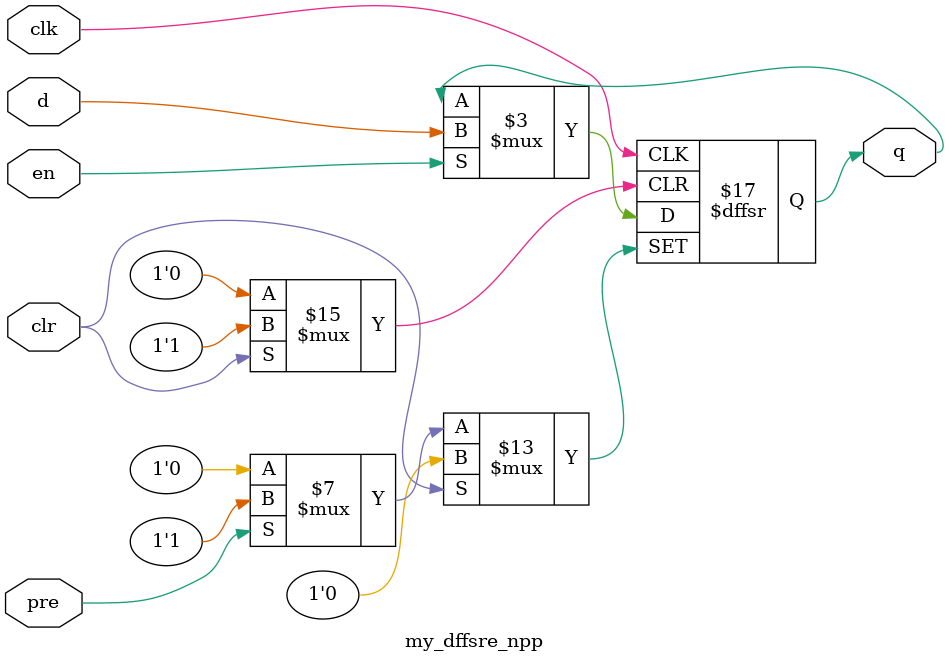
<source format=v>
module my_dffsre_npp (
    input d,
    clk,
    pre,
    clr,
    en,
    output reg q
);
  initial q <= 1'b0;
  always @(negedge clk or posedge pre or posedge clr)
    if (pre) q <= 1'b1;
    else if (clr) q <= 1'b0;
    else if (en) q <= d;
endmodule
</source>
